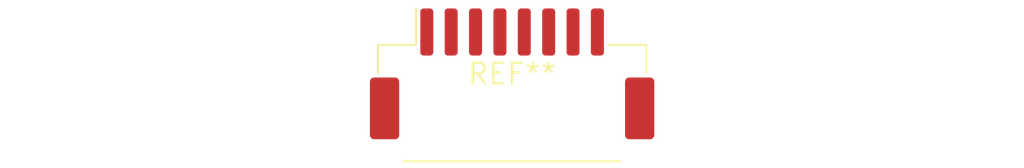
<source format=kicad_pcb>
(kicad_pcb (version 20240108) (generator pcbnew)
  (layers (0 "F.Cu" signal) (31 "B.Cu" signal) (34 "B.Paste" user) (35 "F.Paste" user) (36 "B.SilkS" user "B.Silkscreen") (37 "F.SilkS" user "F.Silkscreen") (38 "B.Mask" user) (39 "F.Mask" user) (44 "Edge.Cuts" user))
  (net 0 "")
  (footprint "Molex_CLIK-Mate_502585-0870_1x08-1MP_P1.50mm_Horizontal" (layer "F.Cu") (at 0 0)
    (property "Reference" "REF**")
    (property "Value" "Molex_CLIK-Mate_502585-0870_1x08-1MP_P1.50mm_Horizontal")
    (fp_line (start -8.26 -1.785) (end -5.91 -1.785) (layer "F.SilkS") (stroke (width 0.12)))
    (fp_line (start -8.26 -0.035) (end -8.26 -1.785) (layer "F.SilkS") (stroke (width 0.12)))
    (fp_line (start -6.69 5.385) (end 6.69 5.385) (layer "F.SilkS") (stroke (width 0.12)))
    (fp_line (start -5.91 -1.785) (end -5.91 -4.025) (layer "F.SilkS") (stroke (width 0.12)))
    (fp_line (start 8.26 -1.785) (end 5.91 -1.785) (layer "F.SilkS") (stroke (width 0.12)))
    (fp_line (start 8.26 -0.035) (end 8.26 -1.785) (layer "F.SilkS") (stroke (width 0.12)))
    (pad "1" smd roundrect (at -5.25 -2.575) (size 0.8 2.9) (layers "F.Cu" "F.Paste" "F.Mask"))
    (pad "2" smd roundrect (at -3.75 -2.575) (size 0.8 2.9) (layers "F.Cu" "F.Paste" "F.Mask"))
    (pad "3" smd roundrect (at -2.25 -2.575) (size 0.8 2.9) (layers "F.Cu" "F.Paste" "F.Mask"))
    (pad "4" smd roundrect (at -0.75 -2.575) (size 0.8 2.9) (layers "F.Cu" "F.Paste" "F.Mask"))
    (pad "5" smd roundrect (at 0.75 -2.575) (size 0.8 2.9) (layers "F.Cu" "F.Paste" "F.Mask"))
    (pad "6" smd roundrect (at 2.25 -2.575) (size 0.8 2.9) (layers "F.Cu" "F.Paste" "F.Mask"))
    (pad "7" smd roundrect (at 3.75 -2.575) (size 0.8 2.9) (layers "F.Cu" "F.Paste" "F.Mask"))
    (pad "8" smd roundrect (at 5.25 -2.575) (size 0.8 2.9) (layers "F.Cu" "F.Paste" "F.Mask"))
    (pad "MP" smd roundrect (at -7.85 2.125) (size 1.8 3.8) (layers "F.Cu" "F.Paste" "F.Mask") (roundrect_rratio 0.138889))
    (pad "MP" smd roundrect (at 7.85 2.125) (size 1.8 3.8) (layers "F.Cu" "F.Paste" "F.Mask") (roundrect_rratio 0.138889))
  )
)
</source>
